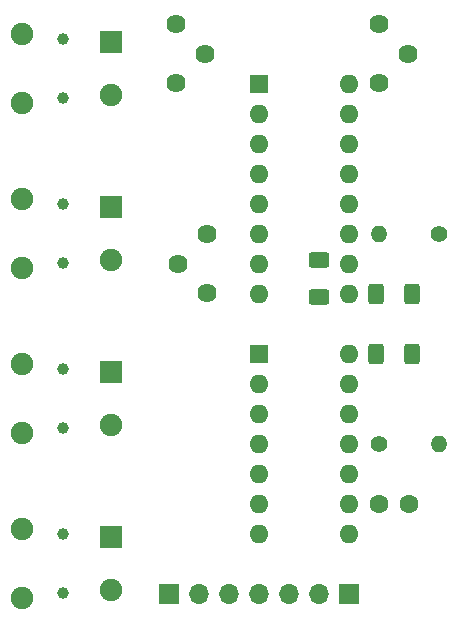
<source format=gbr>
%TF.GenerationSoftware,KiCad,Pcbnew,(6.0.5)*%
%TF.CreationDate,2023-05-17T00:25:04-04:00*%
%TF.ProjectId,as3340_no_mux,61733333-3430-45f6-9e6f-5f6d75782e6b,rev?*%
%TF.SameCoordinates,Original*%
%TF.FileFunction,Soldermask,Bot*%
%TF.FilePolarity,Negative*%
%FSLAX46Y46*%
G04 Gerber Fmt 4.6, Leading zero omitted, Abs format (unit mm)*
G04 Created by KiCad (PCBNEW (6.0.5)) date 2023-05-17 00:25:04*
%MOMM*%
%LPD*%
G01*
G04 APERTURE LIST*
G04 Aperture macros list*
%AMRoundRect*
0 Rectangle with rounded corners*
0 $1 Rounding radius*
0 $2 $3 $4 $5 $6 $7 $8 $9 X,Y pos of 4 corners*
0 Add a 4 corners polygon primitive as box body*
4,1,4,$2,$3,$4,$5,$6,$7,$8,$9,$2,$3,0*
0 Add four circle primitives for the rounded corners*
1,1,$1+$1,$2,$3*
1,1,$1+$1,$4,$5*
1,1,$1+$1,$6,$7*
1,1,$1+$1,$8,$9*
0 Add four rect primitives between the rounded corners*
20,1,$1+$1,$2,$3,$4,$5,0*
20,1,$1+$1,$4,$5,$6,$7,0*
20,1,$1+$1,$6,$7,$8,$9,0*
20,1,$1+$1,$8,$9,$2,$3,0*%
G04 Aperture macros list end*
%ADD10C,1.620000*%
%ADD11R,1.700000X1.700000*%
%ADD12C,1.000000*%
%ADD13R,1.900000X1.900000*%
%ADD14C,1.900000*%
%ADD15R,1.600000X1.600000*%
%ADD16O,1.600000X1.600000*%
%ADD17C,1.400000*%
%ADD18O,1.400000X1.400000*%
%ADD19C,1.600000*%
%ADD20O,1.700000X1.700000*%
%ADD21RoundRect,0.250000X-0.400000X-0.625000X0.400000X-0.625000X0.400000X0.625000X-0.400000X0.625000X0*%
%ADD22RoundRect,0.250000X-0.625000X0.400000X-0.625000X-0.400000X0.625000X-0.400000X0.625000X0.400000X0*%
G04 APERTURE END LIST*
D10*
%TO.C,SineShapeTrim1*%
X109910000Y-126960000D03*
X107410000Y-124460000D03*
X109910000Y-121960000D03*
%TD*%
D11*
%TO.C,J26*%
X106680000Y-152400000D03*
%TD*%
D12*
%TO.C,J12*%
X97750000Y-138390000D03*
X97750000Y-133390000D03*
D13*
X101750000Y-133640000D03*
D14*
X101750000Y-138140000D03*
X94250000Y-132990000D03*
X94250000Y-138790000D03*
%TD*%
D15*
%TO.C,U4*%
X114310000Y-132075000D03*
D16*
X114310000Y-134615000D03*
X114310000Y-137155000D03*
X114310000Y-139695000D03*
X114310000Y-142235000D03*
X114310000Y-144775000D03*
X114310000Y-147315000D03*
X121930000Y-147315000D03*
X121930000Y-144775000D03*
X121930000Y-142235000D03*
X121930000Y-139695000D03*
X121930000Y-137155000D03*
X121930000Y-134615000D03*
X121930000Y-132075000D03*
%TD*%
D17*
%TO.C,R60*%
X124460000Y-139700000D03*
D18*
X129540000Y-139700000D03*
%TD*%
D19*
%TO.C,D1*%
X127000000Y-144780000D03*
X124500000Y-144780000D03*
%TD*%
D11*
%TO.C,J23*%
X121920000Y-152400000D03*
D20*
X119380000Y-152400000D03*
X116840000Y-152400000D03*
X114300000Y-152400000D03*
X111760000Y-152400000D03*
X109220000Y-152400000D03*
%TD*%
D15*
%TO.C,U1*%
X114310000Y-109235000D03*
D16*
X114310000Y-111775000D03*
X114310000Y-114315000D03*
X114310000Y-116855000D03*
X114310000Y-119395000D03*
X114310000Y-121935000D03*
X114310000Y-124475000D03*
X114310000Y-127015000D03*
X121930000Y-127015000D03*
X121930000Y-124475000D03*
X121930000Y-121935000D03*
X121930000Y-119395000D03*
X121930000Y-116855000D03*
X121930000Y-114315000D03*
X121930000Y-111775000D03*
X121930000Y-109235000D03*
%TD*%
D10*
%TO.C,SineBiasTrim1*%
X107260000Y-104180000D03*
X109760000Y-106680000D03*
X107260000Y-109180000D03*
%TD*%
D12*
%TO.C,J13*%
X97750000Y-124420000D03*
X97750000Y-119420000D03*
D13*
X101750000Y-119670000D03*
D14*
X101750000Y-124170000D03*
X94250000Y-124820000D03*
X94250000Y-119020000D03*
%TD*%
D12*
%TO.C,J14*%
X97750000Y-110450000D03*
X97750000Y-105450000D03*
D13*
X101750000Y-105700000D03*
D14*
X101750000Y-110200000D03*
X94250000Y-110850000D03*
X94250000Y-105050000D03*
%TD*%
D17*
%TO.C,R37*%
X129540000Y-121920000D03*
D18*
X124460000Y-121920000D03*
%TD*%
D12*
%TO.C,J15*%
X97750000Y-152360000D03*
X97750000Y-147360000D03*
D13*
X101750000Y-147610000D03*
D14*
X101750000Y-152110000D03*
X94250000Y-152760000D03*
X94250000Y-146960000D03*
%TD*%
D10*
%TO.C,SineLevelTrim1*%
X124460000Y-104180000D03*
X126960000Y-106680000D03*
X124460000Y-109180000D03*
%TD*%
D21*
%TO.C,R3*%
X124180000Y-127000000D03*
X127280000Y-127000000D03*
%TD*%
%TO.C,R67*%
X124180000Y-132080000D03*
X127280000Y-132080000D03*
%TD*%
D22*
%TO.C,R34*%
X119380000Y-124180000D03*
X119380000Y-127280000D03*
%TD*%
M02*

</source>
